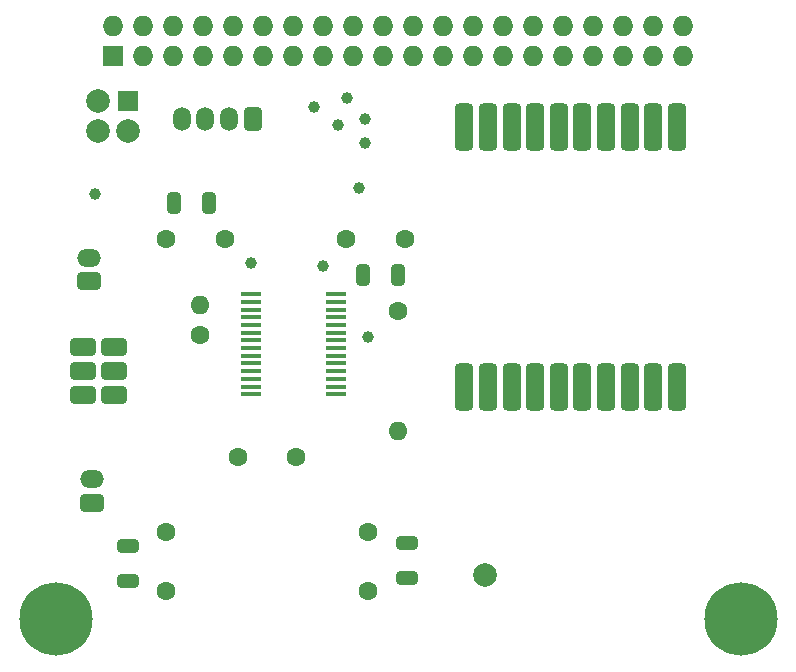
<source format=gbr>
%TF.GenerationSoftware,KiCad,Pcbnew,(6.0.0)*%
%TF.CreationDate,2022-05-13T11:59:56+02:00*%
%TF.ProjectId,RPi_Hat,5250695f-4861-4742-9e6b-696361645f70,rev?*%
%TF.SameCoordinates,Original*%
%TF.FileFunction,Soldermask,Top*%
%TF.FilePolarity,Negative*%
%FSLAX46Y46*%
G04 Gerber Fmt 4.6, Leading zero omitted, Abs format (unit mm)*
G04 Created by KiCad (PCBNEW (6.0.0)) date 2022-05-13 11:59:56*
%MOMM*%
%LPD*%
G01*
G04 APERTURE LIST*
G04 Aperture macros list*
%AMRoundRect*
0 Rectangle with rounded corners*
0 $1 Rounding radius*
0 $2 $3 $4 $5 $6 $7 $8 $9 X,Y pos of 4 corners*
0 Add a 4 corners polygon primitive as box body*
4,1,4,$2,$3,$4,$5,$6,$7,$8,$9,$2,$3,0*
0 Add four circle primitives for the rounded corners*
1,1,$1+$1,$2,$3*
1,1,$1+$1,$4,$5*
1,1,$1+$1,$6,$7*
1,1,$1+$1,$8,$9*
0 Add four rect primitives between the rounded corners*
20,1,$1+$1,$2,$3,$4,$5,0*
20,1,$1+$1,$4,$5,$6,$7,0*
20,1,$1+$1,$6,$7,$8,$9,0*
20,1,$1+$1,$8,$9,$2,$3,0*%
G04 Aperture macros list end*
%ADD10C,6.200000*%
%ADD11R,1.727200X1.727200*%
%ADD12O,1.727200X1.727200*%
%ADD13RoundRect,0.250000X-0.650000X0.325000X-0.650000X-0.325000X0.650000X-0.325000X0.650000X0.325000X0*%
%ADD14RoundRect,0.250000X-0.325000X-0.650000X0.325000X-0.650000X0.325000X0.650000X-0.325000X0.650000X0*%
%ADD15C,1.000000*%
%ADD16RoundRect,0.312500X0.437500X0.687500X-0.437500X0.687500X-0.437500X-0.687500X0.437500X-0.687500X0*%
%ADD17O,1.500000X2.000000*%
%ADD18C,2.000000*%
%ADD19R,1.750000X0.450000*%
%ADD20RoundRect,0.312500X0.687500X-0.437500X0.687500X0.437500X-0.687500X0.437500X-0.687500X-0.437500X0*%
%ADD21O,2.000000X1.500000*%
%ADD22C,1.600000*%
%ADD23O,1.600000X1.600000*%
%ADD24R,1.700000X1.700000*%
%ADD25RoundRect,0.312500X-0.787500X0.437500X-0.787500X-0.437500X0.787500X-0.437500X0.787500X0.437500X0*%
%ADD26RoundRect,0.312500X0.787500X-0.437500X0.787500X0.437500X-0.787500X0.437500X-0.787500X-0.437500X0*%
%ADD27RoundRect,0.400000X-0.400000X1.600000X-0.400000X-1.600000X0.400000X-1.600000X0.400000X1.600000X0*%
G04 APERTURE END LIST*
D10*
%TO.C,*%
X63710000Y-90600000D03*
%TD*%
%TO.C,*%
X121710000Y-90600000D03*
%TD*%
D11*
%TO.C,J6*%
X68580000Y-42870000D03*
D12*
X68580000Y-40330000D03*
X71120000Y-42870000D03*
X71120000Y-40330000D03*
X73660000Y-42870000D03*
X73660000Y-40330000D03*
X76200000Y-42870000D03*
X76200000Y-40330000D03*
X78740000Y-42870000D03*
X78740000Y-40330000D03*
X81280000Y-42870000D03*
X81280000Y-40330000D03*
X83820000Y-42870000D03*
X83820000Y-40330000D03*
X86360000Y-42870000D03*
X86360000Y-40330000D03*
X88900000Y-42870000D03*
X88900000Y-40330000D03*
X91440000Y-42870000D03*
X91440000Y-40330000D03*
X93980000Y-42870000D03*
X93980000Y-40330000D03*
X96520000Y-42870000D03*
X96520000Y-40330000D03*
X99060000Y-42870000D03*
X99060000Y-40330000D03*
X101600000Y-42870000D03*
X101600000Y-40330000D03*
X104140000Y-42870000D03*
X104140000Y-40330000D03*
X106680000Y-42870000D03*
X106680000Y-40330000D03*
X109220000Y-42870000D03*
X109220000Y-40330000D03*
X111760000Y-42870000D03*
X111760000Y-40330000D03*
X114300000Y-42870000D03*
X114300000Y-40330000D03*
X116840000Y-42870000D03*
X116840000Y-40330000D03*
%TD*%
D13*
%TO.C,REF\u002A\u002A*%
X93472000Y-84123000D03*
X93472000Y-87073000D03*
%TD*%
D14*
%TO.C,REF\u002A\u002A*%
X73709000Y-55372000D03*
X76659000Y-55372000D03*
%TD*%
D15*
%TO.C,TP6*%
X67056000Y-54610000D03*
%TD*%
D16*
%TO.C,J2*%
X80391000Y-48260000D03*
D17*
X78391000Y-48260000D03*
X76391000Y-48260000D03*
X74391000Y-48260000D03*
%TD*%
D15*
%TO.C,TP12*%
X89408000Y-54102000D03*
%TD*%
D18*
%TO.C,TP15*%
X100076000Y-86868000D03*
%TD*%
D15*
%TO.C,TP14*%
X86360000Y-60706000D03*
%TD*%
%TO.C,TP7*%
X88392000Y-46482000D03*
%TD*%
D19*
%TO.C,U2*%
X80220000Y-63085000D03*
X80220000Y-63735000D03*
X80220000Y-64385000D03*
X80220000Y-65035000D03*
X80220000Y-65685000D03*
X80220000Y-66335000D03*
X80220000Y-66985000D03*
X80220000Y-67635000D03*
X80220000Y-68285000D03*
X80220000Y-68935000D03*
X80220000Y-69585000D03*
X80220000Y-70235000D03*
X80220000Y-70885000D03*
X80220000Y-71535000D03*
X87420000Y-71535000D03*
X87420000Y-70885000D03*
X87420000Y-70235000D03*
X87420000Y-69585000D03*
X87420000Y-68935000D03*
X87420000Y-68285000D03*
X87420000Y-67635000D03*
X87420000Y-66985000D03*
X87420000Y-66335000D03*
X87420000Y-65685000D03*
X87420000Y-65035000D03*
X87420000Y-64385000D03*
X87420000Y-63735000D03*
X87420000Y-63085000D03*
%TD*%
D20*
%TO.C,J3*%
X66760000Y-80756000D03*
D21*
X66760000Y-78756000D03*
%TD*%
D15*
%TO.C,TP9*%
X89916000Y-48260000D03*
%TD*%
%TO.C,TP8*%
X87630000Y-48768000D03*
%TD*%
D22*
%TO.C,C2*%
X88305000Y-58420000D03*
X93305000Y-58420000D03*
%TD*%
%TO.C,C1*%
X73065000Y-58420000D03*
X78065000Y-58420000D03*
%TD*%
D13*
%TO.C,REF\u002A\u002A*%
X69850000Y-84377000D03*
X69850000Y-87327000D03*
%TD*%
D22*
%TO.C,R2*%
X92710000Y-64516000D03*
D23*
X92710000Y-74676000D03*
%TD*%
D22*
%TO.C,Y1*%
X79175000Y-76835000D03*
X84075000Y-76835000D03*
%TD*%
%TO.C,R1*%
X75946000Y-66548000D03*
D23*
X75946000Y-64008000D03*
%TD*%
D20*
%TO.C,J1*%
X66548000Y-61976000D03*
D21*
X66548000Y-59976000D03*
%TD*%
D15*
%TO.C,Test_INT*%
X85598000Y-47244000D03*
%TD*%
D22*
%TO.C,C4*%
X90170000Y-83225000D03*
X90170000Y-88225000D03*
%TD*%
D14*
%TO.C,REF\u002A\u002A*%
X89711000Y-61468000D03*
X92661000Y-61468000D03*
%TD*%
D15*
%TO.C,TP5*%
X80264000Y-60452000D03*
%TD*%
%TO.C,TP10*%
X89916000Y-50292000D03*
%TD*%
D24*
%TO.C,J4*%
X69850000Y-46736000D03*
D18*
X69850000Y-49276000D03*
X67310000Y-46736000D03*
X67310000Y-49276000D03*
%TD*%
D22*
%TO.C,C3*%
X73025000Y-83225000D03*
X73025000Y-88225000D03*
%TD*%
D25*
%TO.C,J5*%
X68626000Y-67564000D03*
D26*
X66026000Y-67564000D03*
D25*
X68626000Y-69564000D03*
D26*
X66026000Y-69564000D03*
D25*
X68626000Y-71564000D03*
D26*
X66026000Y-71564000D03*
%TD*%
D15*
%TO.C,TP13*%
X90170000Y-66675000D03*
%TD*%
D27*
%TO.C,U1*%
X116315000Y-48944000D03*
X114315000Y-48944000D03*
X112315000Y-48944000D03*
X110315000Y-48944000D03*
X108315000Y-48944000D03*
X106315000Y-48944000D03*
X104315000Y-48944000D03*
X102315000Y-48944000D03*
X100315000Y-48944000D03*
X98315000Y-48944000D03*
X98315000Y-70944000D03*
X100315000Y-70944000D03*
X102315000Y-70944000D03*
X104315000Y-70944000D03*
X106315000Y-70944000D03*
X108315000Y-70944000D03*
X110315000Y-70944000D03*
X112315000Y-70944000D03*
X114315000Y-70944000D03*
X116315000Y-70944000D03*
%TD*%
M02*

</source>
